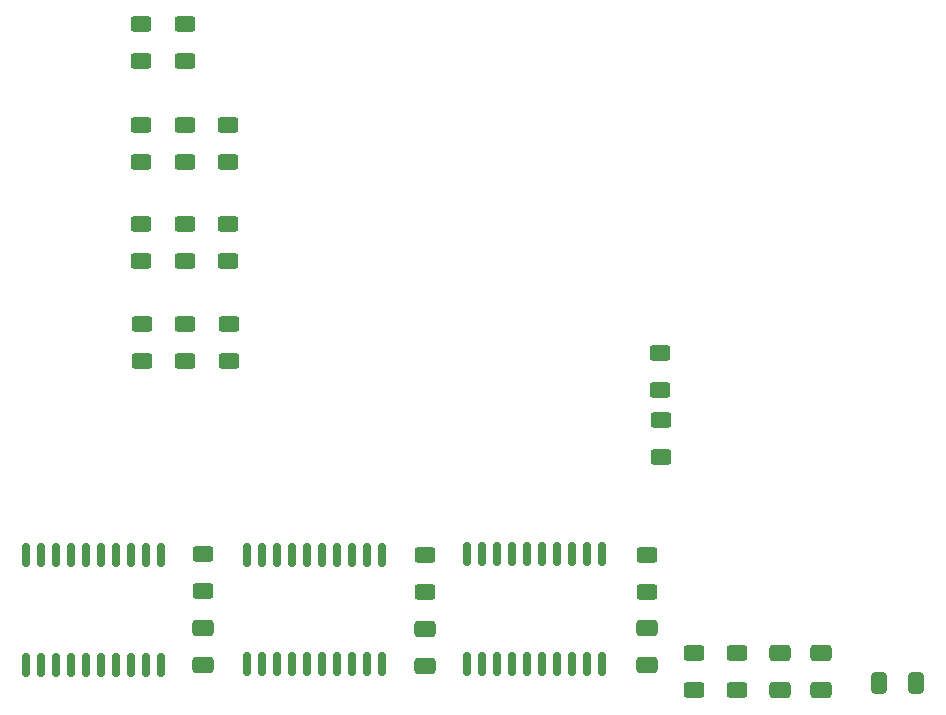
<source format=gtp>
G04 #@! TF.GenerationSoftware,KiCad,Pcbnew,(7.0.0-0)*
G04 #@! TF.CreationDate,2024-01-11T11:42:18+09:00*
G04 #@! TF.ProjectId,AppleVGA_mini_kmm,4170706c-6556-4474-915f-6d696e695f6b,1.0*
G04 #@! TF.SameCoordinates,Original*
G04 #@! TF.FileFunction,Paste,Top*
G04 #@! TF.FilePolarity,Positive*
%FSLAX46Y46*%
G04 Gerber Fmt 4.6, Leading zero omitted, Abs format (unit mm)*
G04 Created by KiCad (PCBNEW (7.0.0-0)) date 2024-01-11 11:42:18*
%MOMM*%
%LPD*%
G01*
G04 APERTURE LIST*
G04 Aperture macros list*
%AMRoundRect*
0 Rectangle with rounded corners*
0 $1 Rounding radius*
0 $2 $3 $4 $5 $6 $7 $8 $9 X,Y pos of 4 corners*
0 Add a 4 corners polygon primitive as box body*
4,1,4,$2,$3,$4,$5,$6,$7,$8,$9,$2,$3,0*
0 Add four circle primitives for the rounded corners*
1,1,$1+$1,$2,$3*
1,1,$1+$1,$4,$5*
1,1,$1+$1,$6,$7*
1,1,$1+$1,$8,$9*
0 Add four rect primitives between the rounded corners*
20,1,$1+$1,$2,$3,$4,$5,0*
20,1,$1+$1,$4,$5,$6,$7,0*
20,1,$1+$1,$6,$7,$8,$9,0*
20,1,$1+$1,$8,$9,$2,$3,0*%
G04 Aperture macros list end*
%ADD10RoundRect,0.250000X0.625000X-0.400000X0.625000X0.400000X-0.625000X0.400000X-0.625000X-0.400000X0*%
%ADD11RoundRect,0.150000X-0.150000X0.875000X-0.150000X-0.875000X0.150000X-0.875000X0.150000X0.875000X0*%
%ADD12RoundRect,0.250000X-0.412500X-0.650000X0.412500X-0.650000X0.412500X0.650000X-0.412500X0.650000X0*%
%ADD13RoundRect,0.250000X-0.650000X0.412500X-0.650000X-0.412500X0.650000X-0.412500X0.650000X0.412500X0*%
G04 APERTURE END LIST*
D10*
X162125000Y-100875000D03*
X162125000Y-97775000D03*
X121875000Y-81550000D03*
X121875000Y-78450000D03*
X121875000Y-89925000D03*
X121875000Y-86825000D03*
X125550000Y-89925000D03*
X125550000Y-86825000D03*
X118200000Y-81550000D03*
X118200000Y-78450000D03*
X142175000Y-118000000D03*
X142175000Y-114900000D03*
X168650000Y-126275000D03*
X168650000Y-123175000D03*
D11*
X138590000Y-114825000D03*
X137320000Y-114825000D03*
X136050000Y-114825000D03*
X134780000Y-114825000D03*
X133510000Y-114825000D03*
X132240000Y-114825000D03*
X130970000Y-114825000D03*
X129700000Y-114825000D03*
X128430000Y-114825000D03*
X127160000Y-114825000D03*
X127160000Y-124125000D03*
X128430000Y-124125000D03*
X129700000Y-124125000D03*
X130970000Y-124125000D03*
X132240000Y-124125000D03*
X133510000Y-124125000D03*
X134780000Y-124125000D03*
X136050000Y-124125000D03*
X137320000Y-124125000D03*
X138590000Y-124125000D03*
D10*
X121875000Y-73025000D03*
X121875000Y-69925000D03*
X118200000Y-73025000D03*
X118200000Y-69925000D03*
X161025000Y-117950000D03*
X161025000Y-114850000D03*
D12*
X180657500Y-125710000D03*
X183782500Y-125710000D03*
D10*
X118225000Y-98425000D03*
X118225000Y-95325000D03*
D13*
X172225000Y-123175000D03*
X172225000Y-126300000D03*
D11*
X157215000Y-114750000D03*
X155945000Y-114750000D03*
X154675000Y-114750000D03*
X153405000Y-114750000D03*
X152135000Y-114750000D03*
X150865000Y-114750000D03*
X149595000Y-114750000D03*
X148325000Y-114750000D03*
X147055000Y-114750000D03*
X145785000Y-114750000D03*
X145785000Y-124050000D03*
X147055000Y-124050000D03*
X148325000Y-124050000D03*
X149595000Y-124050000D03*
X150865000Y-124050000D03*
X152135000Y-124050000D03*
X153405000Y-124050000D03*
X154675000Y-124050000D03*
X155945000Y-124050000D03*
X157215000Y-124050000D03*
D10*
X123425000Y-117912500D03*
X123425000Y-114812500D03*
X162160000Y-106570000D03*
X162160000Y-103470000D03*
X121900000Y-98425000D03*
X121900000Y-95325000D03*
X164975000Y-126275000D03*
X164975000Y-123175000D03*
X118200000Y-89925000D03*
X118200000Y-86825000D03*
X125575000Y-98425000D03*
X125575000Y-95325000D03*
D13*
X161000000Y-121075000D03*
X161000000Y-124200000D03*
X142175000Y-121125000D03*
X142175000Y-124250000D03*
X123425000Y-121037500D03*
X123425000Y-124162500D03*
D10*
X125550000Y-81550000D03*
X125550000Y-78450000D03*
D11*
X119865000Y-114875000D03*
X118595000Y-114875000D03*
X117325000Y-114875000D03*
X116055000Y-114875000D03*
X114785000Y-114875000D03*
X113515000Y-114875000D03*
X112245000Y-114875000D03*
X110975000Y-114875000D03*
X109705000Y-114875000D03*
X108435000Y-114875000D03*
X108435000Y-124175000D03*
X109705000Y-124175000D03*
X110975000Y-124175000D03*
X112245000Y-124175000D03*
X113515000Y-124175000D03*
X114785000Y-124175000D03*
X116055000Y-124175000D03*
X117325000Y-124175000D03*
X118595000Y-124175000D03*
X119865000Y-124175000D03*
D13*
X175725000Y-123175000D03*
X175725000Y-126300000D03*
M02*

</source>
